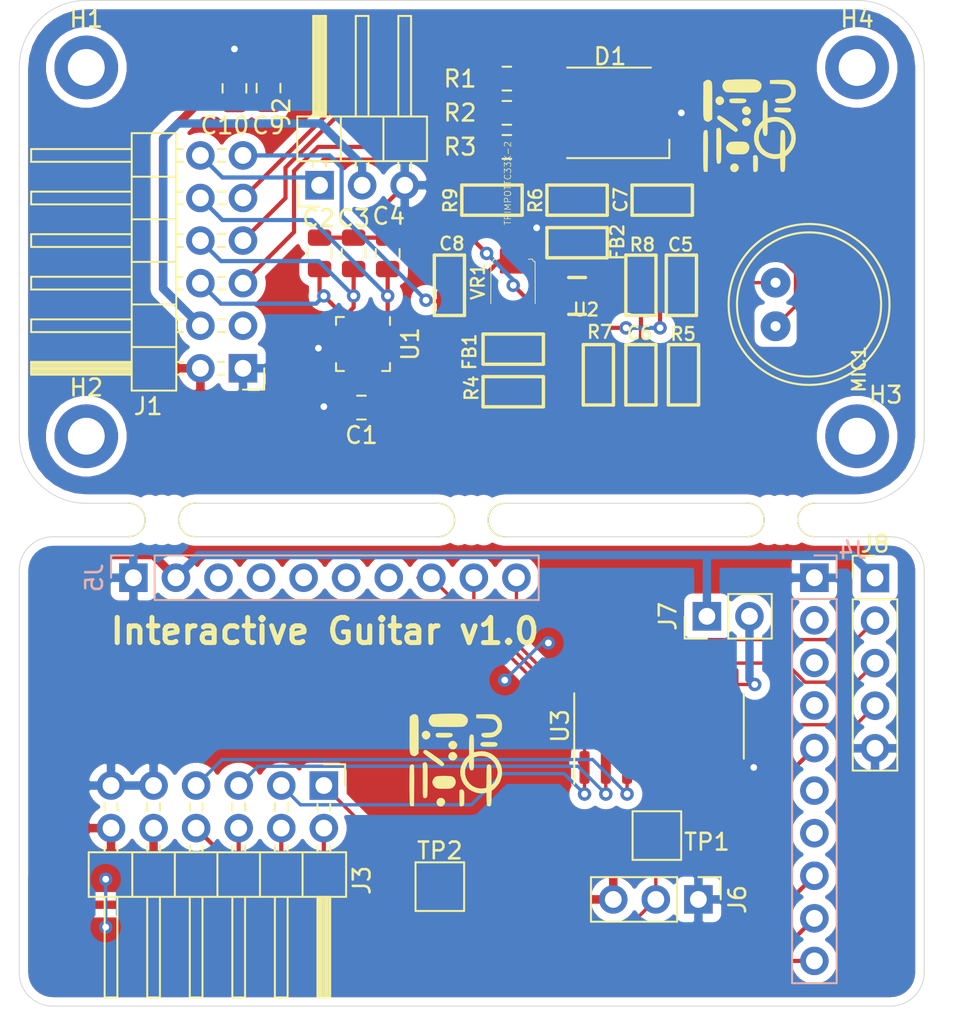
<source format=kicad_pcb>
(kicad_pcb (version 20171130) (host pcbnew "(5.1.6)-1")
  (layers (0 F.Cu signal) (31 B.Cu signal) (34 B.Paste user) (35 F.Paste user) (36 B.SilkS user) (37 F.SilkS user) (38 B.Mask user) (39 F.Mask user) (44 Edge.Cuts user))
  (net 0 "")
  (net 1 "Net-(J1-Pad3)")
  (net 2 GND)
  (net 3 Accel_X)
  (net 4 Accel_Y)
  (net 5 Accel_Z)
  (net 6 "Net-(C5-Pad2)")
  (net 7 "Net-(C5-Pad1)")
  (net 8 AGND)
  (net 9 "Net-(C6-Pad1)")
  (net 10 "Net-(C7-Pad1)")
  (net 11 MIC)
  (net 12 "Net-(C8-Pad1)")
  (net 13 "Net-(D1-Pad5)")
  (net 14 AVCC)
  (net 15 LED_R)
  (net 16 LED_G)
  (net 17 LED_B)
  (net 18 "Net-(R9-Pad2)")
  (net 19 "Net-(U1-Pad13)")
  (net 20 "Net-(U1-Pad12)")
  (net 21 "Net-(U1-Pad11)")
  (net 22 "Net-(U1-Pad10)")
  (net 23 "Net-(U1-Pad9)")
  (net 24 "Net-(U1-Pad8)")
  (net 25 "Net-(U1-Pad3)")
  (net 26 Accel_ST)
  (net 27 "Net-(U1-Pad1)")
  (net 28 "Net-(D1-Pad4)")
  (net 29 "Net-(D1-Pad6)")
  (net 30 Proximity)
  (net 31 +5V)
  (net 32 Proximity_i)
  (net 33 MIC_i)
  (net 34 Accel_Z_i)
  (net 35 LED_B_i)
  (net 36 Accel_Y_i)
  (net 37 LED_G_i)
  (net 38 Accel_X_i)
  (net 39 LED_R_i)
  (net 40 "Net-(J4-Pad7)")
  (net 41 "Net-(J4-Pad6)")
  (net 42 "Net-(J4-Pad4)")
  (net 43 "Net-(J4-Pad3)")
  (net 44 "Net-(J4-Pad2)")
  (net 45 "Net-(J5-Pad7)")
  (net 46 "Net-(J5-Pad6)")
  (net 47 "Net-(J5-Pad5)")
  (net 48 "Net-(J5-Pad4)")
  (net 49 "Net-(J5-Pad3)")
  (net 50 +3V3)
  (net 51 "Net-(U3-Pad13)")
  (net 52 "Net-(U3-Pad12)")
  (net 53 "Net-(U3-Pad11)")
  (net 54 "Net-(U3-Pad10)")
  (net 55 "Net-(U3-Pad7)")
  (net 56 "Net-(U3-Pad6)")
  (net 57 "Net-(U3-Pad5)")
  (net 58 "Net-(U3-Pad4)")
  (net 59 LED_B_POUT)
  (net 60 LED_G_POUT)
  (net 61 LED_R_POUT)
  (net 62 "Net-(J7-Pad2)")
  (module "Adafruit MAX4466 Mic Amp:ELECTRET_9.7" (layer F.Cu) (at 167.132 88.138 90)
    (fp_text reference MIC1 (at -5.334 3.429 270) (layer F.SilkS) (effects (font (size 0.77216 0.77216) (thickness 0.138988)) (justify left bottom)))
    (fp_text value CMA-4544PF-W)
    (pad 2 thru_hole circle (at -1.3 -2 90) (size 1.778 1.778) (drill 0.6) (layers *.Cu *.Mask) (net 8 AGND))
    (pad 1 thru_hole circle (at 1.3 -2 90) (size 1.778 1.778) (drill 0.6) (layers *.Cu *.Mask) (net 6 "Net-(C5-Pad2)"))
  )
  (module "Adafruit MAX4466 Mic Amp:0805" (layer F.Cu) (at 159.512 86.995 270)
    (fp_text reference C5 (at -1.9685 0.889 180) (layer F.SilkS) (effects (font (size 0.77216 0.77216) (thickness 0.138988)) (justify left bottom)))
    (fp_text value 0.01uF)
    (pad 2 smd roundrect (at 0.95 0 270) (size 1.3 1.5) (layers F.Cu F.Paste F.Mask) (roundrect_rratio 0.07815384615384616) (net 6 "Net-(C5-Pad2)"))
    (pad 1 smd roundrect (at -0.95 0 270) (size 1.3 1.5) (layers F.Cu F.Paste F.Mask) (roundrect_rratio 0.07815384615384616) (net 7 "Net-(C5-Pad1)"))
  )
  (module "Adafruit MAX4466 Mic Amp:0805" (layer F.Cu) (at 157.099 92.335 90)
    (fp_text reference C6 (at 2.038 0.762 180) (layer F.SilkS) (effects (font (size 0.77216 0.77216) (thickness 0.138988)) (justify right bottom)))
    (fp_text value 0.1uF)
    (pad 2 smd roundrect (at 0.95 0 90) (size 1.3 1.5) (layers F.Cu F.Paste F.Mask) (roundrect_rratio 0.07815384615384616) (net 8 AGND))
    (pad 1 smd roundrect (at -0.95 0 90) (size 1.3 1.5) (layers F.Cu F.Paste F.Mask) (roundrect_rratio 0.07815384615384616) (net 9 "Net-(C6-Pad1)"))
  )
  (module "Adafruit MAX4466 Mic Amp:0805" (layer F.Cu) (at 158.369 81.915)
    (fp_text reference C7 (at -2.032 0.8255 270) (layer F.SilkS) (effects (font (size 0.77216 0.77216) (thickness 0.138988)) (justify left bottom)))
    (fp_text value 10uF)
    (pad 2 smd roundrect (at 0.95 0) (size 1.3 1.5) (layers F.Cu F.Paste F.Mask) (roundrect_rratio 0.07815384615384616) (net 8 AGND))
    (pad 1 smd roundrect (at -0.95 0) (size 1.3 1.5) (layers F.Cu F.Paste F.Mask) (roundrect_rratio 0.07815384615384616) (net 10 "Net-(C7-Pad1)"))
  )
  (module "Adafruit MAX4466 Mic Amp:0805" (layer F.Cu) (at 145.669 86.995 270)
    (fp_text reference C8 (at -2.032 0.6985 180) (layer F.SilkS) (effects (font (size 0.77216 0.77216) (thickness 0.138988)) (justify left bottom)))
    (fp_text value 100pF)
    (pad 2 smd roundrect (at 0.95 0 270) (size 1.3 1.5) (layers F.Cu F.Paste F.Mask) (roundrect_rratio 0.07815384615384616) (net 11 MIC))
    (pad 1 smd roundrect (at -0.95 0 270) (size 1.3 1.5) (layers F.Cu F.Paste F.Mask) (roundrect_rratio 0.07815384615384616) (net 12 "Net-(C8-Pad1)"))
  )
  (module "Adafruit MAX4466 Mic Amp:0805" (layer F.Cu) (at 149.479 90.805 180)
    (fp_text reference FB1 (at 2.159 1.016 270) (layer F.SilkS) (effects (font (size 0.77216 0.77216) (thickness 0.138988)) (justify right bottom)))
    (fp_text value FERRITE)
    (pad 2 smd roundrect (at 0.95 0 180) (size 1.3 1.5) (layers F.Cu F.Paste F.Mask) (roundrect_rratio 0.07815384615384616) (net 50 +3V3))
    (pad 1 smd roundrect (at -0.95 0 180) (size 1.3 1.5) (layers F.Cu F.Paste F.Mask) (roundrect_rratio 0.07815384615384616) (net 14 AVCC))
  )
  (module "Adafruit MAX4466 Mic Amp:0805" (layer F.Cu) (at 153.289 84.455)
    (fp_text reference FB2 (at 2.8575 1.143 90) (layer F.SilkS) (effects (font (size 0.77216 0.77216) (thickness 0.138988)) (justify left bottom)))
    (fp_text value FERRITE)
    (pad 2 smd roundrect (at 0.95 0) (size 1.3 1.5) (layers F.Cu F.Paste F.Mask) (roundrect_rratio 0.07815384615384616) (net 8 AGND))
    (pad 1 smd roundrect (at -0.95 0) (size 1.3 1.5) (layers F.Cu F.Paste F.Mask) (roundrect_rratio 0.07815384615384616) (net 2 GND))
  )
  (module MountingHole:MountingHole_2.2mm_M2_DIN965_Pad (layer F.Cu) (at 124 74)
    (fp_text reference H1 (at 0 -2.9) (layer F.SilkS))
    (fp_text value MountingHole)
    (pad 1 thru_hole circle (at 0 0) (size 3.8 3.8) (drill 2.2) (layers *.Cu *.Mask))
  )
  (module MountingHole:MountingHole_2.2mm_M2_DIN965_Pad (layer F.Cu) (at 124 96)
    (fp_text reference H2 (at 0 -2.9) (layer F.SilkS))
    (fp_text value MountingHole)
    (pad 1 thru_hole circle (at 0 0) (size 3.8 3.8) (drill 2.2) (layers *.Cu *.Mask))
  )
  (module MountingHole:MountingHole_2.2mm_M2_DIN965_Pad (layer F.Cu) (at 170 96)
    (fp_text reference H3 (at 1.704 -2.4645) (layer F.SilkS))
    (fp_text value MountingHole)
    (pad 1 thru_hole circle (at 0 0) (size 3.8 3.8) (drill 2.2) (layers *.Cu *.Mask))
  )
  (module MountingHole:MountingHole_2.2mm_M2_DIN965_Pad (layer F.Cu) (at 170 74)
    (fp_text reference H4 (at 0 -2.9) (layer F.SilkS))
    (fp_text value MountingHole)
    (pad 1 thru_hole circle (at 0 0) (size 3.8 3.8) (drill 2.2) (layers *.Cu *.Mask))
  )
  (module Connector_PinHeader_2.54mm:PinHeader_1x10_P2.54mm_Vertical (layer B.Cu) (at 167.4495 104.4425 180)
    (fp_text reference J4 (at -2.286 1.636) (layer B.SilkS) (effects (justify mirror)))
    (fp_text value Conn_01x10)
    (pad 10 thru_hole oval (at 0 -22.86 180) (size 1.7 1.7) (drill 1) (layers *.Cu *.Mask) (net 38 Accel_X_i))
    (pad 9 thru_hole oval (at 0 -20.32 180) (size 1.7 1.7) (drill 1) (layers *.Cu *.Mask) (net 36 Accel_Y_i))
    (pad 8 thru_hole oval (at 0 -17.78 180) (size 1.7 1.7) (drill 1) (layers *.Cu *.Mask) (net 34 Accel_Z_i))
    (pad 7 thru_hole oval (at 0 -15.24 180) (size 1.7 1.7) (drill 1) (layers *.Cu *.Mask) (net 40 "Net-(J4-Pad7)"))
    (pad 6 thru_hole oval (at 0 -12.7 180) (size 1.7 1.7) (drill 1) (layers *.Cu *.Mask) (net 41 "Net-(J4-Pad6)"))
    (pad 5 thru_hole oval (at 0 -10.16 180) (size 1.7 1.7) (drill 1) (layers *.Cu *.Mask) (net 32 Proximity_i))
    (pad 4 thru_hole oval (at 0 -7.62 180) (size 1.7 1.7) (drill 1) (layers *.Cu *.Mask) (net 42 "Net-(J4-Pad4)"))
    (pad 3 thru_hole oval (at 0 -5.08 180) (size 1.7 1.7) (drill 1) (layers *.Cu *.Mask) (net 43 "Net-(J4-Pad3)"))
    (pad 2 thru_hole oval (at 0 -2.54 180) (size 1.7 1.7) (drill 1) (layers *.Cu *.Mask) (net 44 "Net-(J4-Pad2)"))
    (pad 1 thru_hole rect (at 0 0 180) (size 1.7 1.7) (drill 1) (layers *.Cu *.Mask) (net 2 GND))
  )
  (module Connector_PinHeader_2.54mm:PinHeader_1x10_P2.54mm_Vertical (layer B.Cu) (at 126.8095 104.4425 270)
    (fp_text reference J5 (at 0 2.33 270) (layer B.SilkS) (effects (justify mirror)))
    (fp_text value Conn_01x10)
    (pad 10 thru_hole oval (at 0 -22.86 270) (size 1.7 1.7) (drill 1) (layers *.Cu *.Mask) (net 35 LED_B_i))
    (pad 9 thru_hole oval (at 0 -20.32 270) (size 1.7 1.7) (drill 1) (layers *.Cu *.Mask) (net 37 LED_G_i))
    (pad 8 thru_hole oval (at 0 -17.78 270) (size 1.7 1.7) (drill 1) (layers *.Cu *.Mask) (net 39 LED_R_i))
    (pad 7 thru_hole oval (at 0 -15.24 270) (size 1.7 1.7) (drill 1) (layers *.Cu *.Mask) (net 45 "Net-(J5-Pad7)"))
    (pad 6 thru_hole oval (at 0 -12.7 270) (size 1.7 1.7) (drill 1) (layers *.Cu *.Mask) (net 46 "Net-(J5-Pad6)"))
    (pad 5 thru_hole oval (at 0 -10.16 270) (size 1.7 1.7) (drill 1) (layers *.Cu *.Mask) (net 47 "Net-(J5-Pad5)"))
    (pad 4 thru_hole oval (at 0 -7.62 270) (size 1.7 1.7) (drill 1) (layers *.Cu *.Mask) (net 48 "Net-(J5-Pad4)"))
    (pad 3 thru_hole oval (at 0 -5.08 270) (size 1.7 1.7) (drill 1) (layers *.Cu *.Mask) (net 49 "Net-(J5-Pad3)"))
    (pad 2 thru_hole oval (at 0 -2.54 270) (size 1.7 1.7) (drill 1) (layers *.Cu *.Mask) (net 31 +5V))
    (pad 1 thru_hole rect (at 0 0 270) (size 1.7 1.7) (drill 1) (layers *.Cu *.Mask) (net 2 GND))
  )
  (module "Adafruit MAX4466 Mic Amp:0805" (layer F.Cu) (at 149.479 93.345)
    (fp_text reference R4 (at -2.032 0.635 270) (layer F.SilkS) (effects (font (size 0.77216 0.77216) (thickness 0.138988)) (justify left bottom)))
    (fp_text value 1K)
    (pad 2 smd roundrect (at 0.95 0) (size 1.3 1.5) (layers F.Cu F.Paste F.Mask) (roundrect_rratio 0.07815384615384616) (net 9 "Net-(C6-Pad1)"))
    (pad 1 smd roundrect (at -0.95 0) (size 1.3 1.5) (layers F.Cu F.Paste F.Mask) (roundrect_rratio 0.07815384615384616) (net 14 AVCC))
  )
  (module "Adafruit MAX4466 Mic Amp:0805" (layer F.Cu) (at 159.639 92.335 90)
    (fp_text reference R5 (at 1.9745 0.8255 180) (layer F.SilkS) (effects (font (size 0.77216 0.77216) (thickness 0.138988)) (justify right bottom)))
    (fp_text value 1K)
    (pad 2 smd roundrect (at 0.95 0 90) (size 1.3 1.5) (layers F.Cu F.Paste F.Mask) (roundrect_rratio 0.07815384615384616) (net 6 "Net-(C5-Pad2)"))
    (pad 1 smd roundrect (at -0.95 0 90) (size 1.3 1.5) (layers F.Cu F.Paste F.Mask) (roundrect_rratio 0.07815384615384616) (net 9 "Net-(C6-Pad1)"))
  )
  (module "Adafruit MAX4466 Mic Amp:0805" (layer F.Cu) (at 153.289 81.915 180)
    (fp_text reference R6 (at 2.032 0.8255 90) (layer F.SilkS) (effects (font (size 0.77216 0.77216) (thickness 0.138988)) (justify right bottom)))
    (fp_text value 1K)
    (pad 2 smd roundrect (at 0.95 0 180) (size 1.3 1.5) (layers F.Cu F.Paste F.Mask) (roundrect_rratio 0.07815384615384616) (net 12 "Net-(C8-Pad1)"))
    (pad 1 smd roundrect (at -0.95 0 180) (size 1.3 1.5) (layers F.Cu F.Paste F.Mask) (roundrect_rratio 0.07815384615384616) (net 10 "Net-(C7-Pad1)"))
  )
  (module "Adafruit MAX4466 Mic Amp:0805" (layer F.Cu) (at 154.559 92.335 90)
    (fp_text reference R7 (at 2.1015 -0.762 180) (layer F.SilkS) (effects (font (size 0.77216 0.77216) (thickness 0.138988)) (justify left bottom)))
    (fp_text value 1M)
    (pad 2 smd roundrect (at 0.95 0 90) (size 1.3 1.5) (layers F.Cu F.Paste F.Mask) (roundrect_rratio 0.07815384615384616) (net 7 "Net-(C5-Pad1)"))
    (pad 1 smd roundrect (at -0.95 0 90) (size 1.3 1.5) (layers F.Cu F.Paste F.Mask) (roundrect_rratio 0.07815384615384616) (net 14 AVCC))
  )
  (module "Adafruit MAX4466 Mic Amp:0805" (layer F.Cu) (at 157.099 86.995 270)
    (fp_text reference R8 (at -1.9685 0.762 180) (layer F.SilkS) (effects (font (size 0.77216 0.77216) (thickness 0.138988)) (justify left bottom)))
    (fp_text value 1M)
    (pad 2 smd roundrect (at 0.95 0 270) (size 1.3 1.5) (layers F.Cu F.Paste F.Mask) (roundrect_rratio 0.07815384615384616) (net 8 AGND))
    (pad 1 smd roundrect (at -0.95 0 270) (size 1.3 1.5) (layers F.Cu F.Paste F.Mask) (roundrect_rratio 0.07815384615384616) (net 7 "Net-(C5-Pad1)"))
  )
  (module "Adafruit MAX4466 Mic Amp:0805" (layer F.Cu) (at 148.209 81.915 180)
    (fp_text reference R9 (at 2.032 0.8255 90) (layer F.SilkS) (effects (font (size 0.77216 0.77216) (thickness 0.138988)) (justify right bottom)))
    (fp_text value 22K)
    (pad 2 smd roundrect (at 0.95 0 180) (size 1.3 1.5) (layers F.Cu F.Paste F.Mask) (roundrect_rratio 0.07815384615384616) (net 18 "Net-(R9-Pad2)"))
    (pad 1 smd roundrect (at -0.95 0 180) (size 1.3 1.5) (layers F.Cu F.Paste F.Mask) (roundrect_rratio 0.07815384615384616) (net 12 "Net-(C8-Pad1)"))
  )
  (module Package_CSP:LFCSP-16-1EP_3x3mm_P0.5mm_EP1.6x1.6mm (layer F.Cu) (at 140.514 90.498 270)
    (fp_text reference U1 (at 0 -2.82 90) (layer F.SilkS))
    (fp_text value ADXL337BCPZ–RL)
    (pad 17 smd rect (at 0 0 270) (size 1.6 1.6) (layers F.Cu F.Mask))
    (pad 16 smd roundrect (at -0.75 -1.4375 270) (size 0.25 0.875) (layers F.Cu F.Paste F.Mask) (net 5 Accel_Z))
    (pad 15 smd roundrect (at -0.25 -1.4375 270) (size 0.25 0.875) (layers F.Cu F.Paste F.Mask) (net 50 +3V3))
    (pad 14 smd roundrect (at 0.25 -1.4375 270) (size 0.25 0.875) (layers F.Cu F.Paste F.Mask) (net 50 +3V3))
    (pad 13 smd roundrect (at 0.75 -1.4375 270) (size 0.25 0.875) (layers F.Cu F.Paste F.Mask) (net 19 "Net-(U1-Pad13)"))
    (pad 12 smd roundrect (at 1.4375 -0.75 270) (size 0.875 0.25) (layers F.Cu F.Paste F.Mask) (net 20 "Net-(U1-Pad12)"))
    (pad 11 smd roundrect (at 1.4375 -0.25 270) (size 0.875 0.25) (layers F.Cu F.Paste F.Mask) (net 21 "Net-(U1-Pad11)"))
    (pad 10 smd roundrect (at 1.4375 0.25 270) (size 0.875 0.25) (layers F.Cu F.Paste F.Mask) (net 22 "Net-(U1-Pad10)"))
    (pad 9 smd roundrect (at 1.4375 0.75 270) (size 0.875 0.25) (layers F.Cu F.Paste F.Mask) (net 23 "Net-(U1-Pad9)"))
    (pad 8 smd roundrect (at 0.75 1.4375 270) (size 0.25 0.875) (layers F.Cu F.Paste F.Mask) (net 24 "Net-(U1-Pad8)"))
    (pad 7 smd roundrect (at 0.25 1.4375 270) (size 0.25 0.875) (layers F.Cu F.Paste F.Mask) (net 2 GND))
    (pad 6 smd roundrect (at -0.25 1.4375 270) (size 0.25 0.875) (layers F.Cu F.Paste F.Mask) (net 2 GND))
    (pad 5 smd roundrect (at -0.75 1.4375 270) (size 0.25 0.875) (layers F.Cu F.Paste F.Mask) (net 3 Accel_X))
    (pad 4 smd roundrect (at -1.4375 0.75 270) (size 0.875 0.25) (layers F.Cu F.Paste F.Mask) (net 4 Accel_Y))
    (pad 3 smd roundrect (at -1.4375 0.25 270) (size 0.875 0.25) (layers F.Cu F.Paste F.Mask) (net 25 "Net-(U1-Pad3)"))
    (pad 2 smd roundrect (at -1.4375 -0.25 270) (size 0.875 0.25) (layers F.Cu F.Paste F.Mask) (net 26 Accel_ST))
    (pad 1 smd roundrect (at -1.4375 -0.75 270) (size 0.875 0.25) (layers F.Cu F.Paste F.Mask) (net 27 "Net-(U1-Pad1)"))
  )
  (module "Adafruit MAX4466 Mic Amp:SC70-5" (layer F.Cu) (at 153.289 87.63 90)
    (fp_text reference U2 (at -1.27 1.397) (layer F.SilkS) (effects (font (size 0.77216 0.77216) (thickness 0.138988)) (justify right bottom)))
    (fp_text value MAX4466"")
    (pad 5 smd roundrect (at -0.65 -0.85 90) (size 0.35 1.15) (layers F.Cu F.Paste F.Mask) (roundrect_rratio 0.2902857142857143) (net 14 AVCC))
    (pad 4 smd roundrect (at 0.65 -0.85 90) (size 0.35 1.15) (layers F.Cu F.Paste F.Mask) (roundrect_rratio 0.2902857142857143) (net 11 MIC))
    (pad 3 smd roundrect (at 0.65 0.85 90) (size 0.35 1.15) (layers F.Cu F.Paste F.Mask) (roundrect_rratio 0.2902857142857143) (net 12 "Net-(C8-Pad1)"))
    (pad 2 smd roundrect (at 0 0.85 90) (size 0.35 1.15) (layers F.Cu F.Paste F.Mask) (roundrect_rratio 0.2902857142857143) (net 8 AGND))
    (pad 1 smd roundrect (at -0.65 0.85 90) (size 0.35 1.15) (layers F.Cu F.Paste F.Mask) (roundrect_rratio 0.2902857142857143) (net 7 "Net-(C5-Pad1)"))
  )
  (module "Adafruit MAX4466 Mic Amp:TRIMPOT_BOURNS_TC33X-2" (layer F.Cu) (at 149.479 86.995)
    (fp_text reference VR1 (at -1.651 0.9525 270) (layer F.SilkS) (effects (font (size 0.77216 0.77216) (thickness 0.138988)) (justify left bottom)))
    (fp_text value TRIMPOTTC33X-2 (at -0.101 -3.557 90) (layer F.SilkS) (effects (font (size 0.38608 0.38608) (thickness 0.038608)) (justify left bottom)))
    (pad 3 smd roundrect (at 1 1.8) (size 1.2 1.2) (layers F.Cu F.Paste F.Mask) (roundrect_rratio 0.08466666666666667) (net 18 "Net-(R9-Pad2)"))
    (pad 1 smd roundrect (at -1 1.8) (size 1.2 1.2) (layers F.Cu F.Paste F.Mask) (roundrect_rratio 0.08466666666666667) (net 11 MIC))
    (pad 2 smd roundrect (at 0 -1.45) (size 1.6 1.5) (layers F.Cu F.Paste F.Mask) (roundrect_rratio 0.06773333333333334) (net 11 MIC))
  )
  (module UiO:RITMO_logo (layer F.Cu) (at 146.05 115.316)
    (fp_text reference G*** hide)
    (fp_text value LOGO hide)
  )
  (module UiO:RITMO_logo (layer F.Cu) (at 163.576 77.47)
    (fp_text reference G*** hide)
    (fp_text value LOGO hide)
  )
  (module Panelization:mouse-bite-2mm-slot (layer F.Cu) (at 146.9644 101.0031)
    (fp_text reference mouse-bite-2mm-slot hide)
    (fp_text value VAL** hide)
    (pad "" np_thru_hole circle (at 0.75 0.75) (size 0.5 0.5) (drill 0.5) (layers *.Cu *.Mask))
    (pad "" np_thru_hole circle (at -0.75 0.75) (size 0.5 0.5) (drill 0.5) (layers *.Cu *.Mask))
    (pad "" np_thru_hole circle (at -0.75 -0.75) (size 0.5 0.5) (drill 0.5) (layers *.Cu *.Mask))
    (pad "" np_thru_hole circle (at 0.75 -0.75) (size 0.5 0.5) (drill 0.5) (layers *.Cu *.Mask))
    (pad "" np_thru_hole circle (at 0 0.75) (size 0.5 0.5) (drill 0.5) (layers *.Cu *.Mask))
    (pad "" np_thru_hole circle (at 0 -0.75) (size 0.5 0.5) (drill 0.5) (layers *.Cu *.Mask))
  )
  (module Capacitor_SMD:C_0805_2012Metric (layer F.Cu) (at 140.422 94.292 180)
    (fp_text reference C1 (at 0 -1.65) (layer F.SilkS))
    (fp_text value 0.1uF)
    (pad 2 smd roundrect (at 0.9375 0 180) (size 0.975 1.4) (layers F.Cu F.Paste F.Mask) (net 2 GND))
    (pad 1 smd roundrect (at -0.9375 0 180) (size 0.975 1.4) (layers F.Cu F.Paste F.Mask) (net 50 +3V3))
  )
  (module Capacitor_SMD:C_0805_2012Metric (layer F.Cu) (at 141.986 85.09 90)
    (fp_text reference C4 (at 2.2225 0.0635 180) (layer F.SilkS))
    (fp_text value 10nF)
    (pad 2 smd roundrect (at 0.9375 0 90) (size 0.975 1.4) (layers F.Cu F.Paste F.Mask) (net 2 GND))
    (pad 1 smd roundrect (at -0.9375 0 90) (size 0.975 1.4) (layers F.Cu F.Paste F.Mask) (net 5 Accel_Z))
  )
  (module Capacitor_SMD:C_0805_2012Metric (layer F.Cu) (at 139.954 85.09 90)
    (fp_text reference C3 (at 2.0955 0 180) (layer F.SilkS))
    (fp_text value 10nF)
    (pad 2 smd roundrect (at 0.9375 0 90) (size 0.975 1.4) (layers F.Cu F.Paste F.Mask) (net 2 GND))
    (pad 1 smd roundrect (at -0.9375 0 90) (size 0.975 1.4) (layers F.Cu F.Paste F.Mask) (net 4 Accel_Y))
  )
  (module Capacitor_SMD:C_0805_2012Metric (layer F.Cu) (at 137.922 85.09 90)
    (fp_text reference C2 (at 2.0955 -0.0635 180) (layer F.SilkS))
    (fp_text value 10nF)
    (pad 2 smd roundrect (at 0.9375 0 90) (size 0.975 1.4) (layers F.Cu F.Paste F.Mask) (net 2 GND))
    (pad 1 smd roundrect (at -0.9375 0 90) (size 0.975 1.4) (layers F.Cu F.Paste F.Mask) (net 3 Accel_X))
  )
  (module Resistor_SMD:R_0805_2012Metric (layer F.Cu) (at 149.098 74.664 180)
    (fp_text reference R1 (at 2.794 -0.012) (layer F.SilkS))
    (fp_text value 100)
    (pad 2 smd roundrect (at 0.9375 0 180) (size 0.975 1.4) (layers F.Cu F.Paste F.Mask) (net 15 LED_R))
    (pad 1 smd roundrect (at -0.9375 0 180) (size 0.975 1.4) (layers F.Cu F.Paste F.Mask) (net 28 "Net-(D1-Pad4)"))
  )
  (module Resistor_SMD:R_0805_2012Metric (layer F.Cu) (at 149.098 76.708 180)
    (fp_text reference R2 (at 2.794 0) (layer F.SilkS))
    (fp_text value 100)
    (pad 2 smd roundrect (at 0.9375 0 180) (size 0.975 1.4) (layers F.Cu F.Paste F.Mask) (net 16 LED_G))
    (pad 1 smd roundrect (at -0.9375 0 180) (size 0.975 1.4) (layers F.Cu F.Paste F.Mask) (net 13 "Net-(D1-Pad5)"))
  )
  (module Resistor_SMD:R_0805_2012Metric (layer F.Cu) (at 149.098 78.74 180)
    (fp_text reference R3 (at 2.794 0) (layer F.SilkS))
    (fp_text value 100)
    (pad 2 smd roundrect (at 0.9375 0 180) (size 0.975 1.4) (layers F.Cu F.Paste F.Mask) (net 17 LED_B))
    (pad 1 smd roundrect (at -0.9375 0 180) (size 0.975 1.4) (layers F.Cu F.Paste F.Mask) (net 29 "Net-(D1-Pad6)"))
  )
  (module LED_SMD:LED_RGB_5050-6 (layer F.Cu) (at 155.194 76.708 180)
    (fp_text reference D1 (at -0.0635 3.3655 180) (layer F.SilkS))
    (fp_text value ASMT-YTB7-0AA02)
    (pad 6 smd rect (at 2.4 -1.7 270) (size 1.1 2) (layers F.Cu F.Paste F.Mask) (net 29 "Net-(D1-Pad6)"))
    (pad 5 smd rect (at 2.4 0 270) (size 1.1 2) (layers F.Cu F.Paste F.Mask) (net 13 "Net-(D1-Pad5)"))
    (pad 4 smd rect (at 2.4 1.7 270) (size 1.1 2) (layers F.Cu F.Paste F.Mask) (net 28 "Net-(D1-Pad4)"))
    (pad 3 smd rect (at -2.4 1.7 270) (size 1.1 2) (layers F.Cu F.Paste F.Mask) (net 2 GND))
    (pad 2 smd rect (at -2.4 0 270) (size 1.1 2) (layers F.Cu F.Paste F.Mask) (net 2 GND))
    (pad 1 smd rect (at -2.4 -1.7 270) (size 1.1 2) (layers F.Cu F.Paste F.Mask) (net 2 GND))
  )
  (module Connector_PinHeader_2.54mm:PinHeader_1x05_P2.54mm_Vertical (layer F.Cu) (at 171.069 104.4575)
    (fp_text reference J8 (at 0 -2.032) (layer F.SilkS))
    (fp_text value Conn_01x05)
    (pad 5 thru_hole oval (at 0 10.16) (size 1.7 1.7) (drill 1) (layers *.Cu *.Mask) (net 2 GND))
    (pad 4 thru_hole oval (at 0 7.62) (size 1.7 1.7) (drill 1) (layers *.Cu *.Mask) (net 59 LED_B_POUT))
    (pad 3 thru_hole oval (at 0 5.08) (size 1.7 1.7) (drill 1) (layers *.Cu *.Mask) (net 60 LED_G_POUT))
    (pad 2 thru_hole oval (at 0 2.54) (size 1.7 1.7) (drill 1) (layers *.Cu *.Mask) (net 61 LED_R_POUT))
    (pad 1 thru_hole rect (at 0 0) (size 1.7 1.7) (drill 1) (layers *.Cu *.Mask) (net 31 +5V))
  )
  (module Connector_PinHeader_2.54mm:PinHeader_2x06_P2.54mm_Horizontal (layer F.Cu) (at 133.35 91.948 180)
    (fp_text reference J1 (at 5.655 -2.27) (layer F.SilkS))
    (fp_text value Conn_02x06_Odd_Even)
    (pad 12 thru_hole oval (at 2.54 12.7 180) (size 1.7 1.7) (drill 1) (layers *.Cu *.Mask) (net 30 Proximity))
    (pad 11 thru_hole oval (at 0 12.7 180) (size 1.7 1.7) (drill 1) (layers *.Cu *.Mask) (net 11 MIC))
    (pad 10 thru_hole oval (at 2.54 10.16 180) (size 1.7 1.7) (drill 1) (layers *.Cu *.Mask) (net 5 Accel_Z))
    (pad 9 thru_hole oval (at 0 10.16 180) (size 1.7 1.7) (drill 1) (layers *.Cu *.Mask) (net 15 LED_R))
    (pad 8 thru_hole oval (at 2.54 7.62 180) (size 1.7 1.7) (drill 1) (layers *.Cu *.Mask) (net 4 Accel_Y))
    (pad 7 thru_hole oval (at 0 7.62 180) (size 1.7 1.7) (drill 1) (layers *.Cu *.Mask) (net 16 LED_G))
    (pad 6 thru_hole oval (at 2.54 5.08 180) (size 1.7 1.7) (drill 1) (layers *.Cu *.Mask) (net 3 Accel_X))
    (pad 5 thru_hole oval (at 0 5.08 180) (size 1.7 1.7) (drill 1) (layers *.Cu *.Mask) (net 17 LED_B))
    (pad 4 thru_hole oval (at 2.54 2.54 180) (size 1.7 1.7) (drill 1) (layers *.Cu *.Mask) (net 31 +5V))
    (pad 3 thru_hole oval (at 0 2.54 180) (size 1.7 1.7) (drill 1) (layers *.Cu *.Mask) (net 1 "Net-(J1-Pad3)"))
    (pad 2 thru_hole oval (at 2.54 0 180) (size 1.7 1.7) (drill 1) (layers *.Cu *.Mask) (net 50 +3V3))
    (pad 1 thru_hole rect (at 0 0 180) (size 1.7 1.7) (drill 1) (layers *.Cu *.Mask) (net 2 GND))
  )
  (module Connector_PinHeader_2.54mm:PinHeader_1x03_P2.54mm_Horizontal (layer F.Cu) (at 137.922 81.026 90)
    (fp_text reference J2 (at 4.385 -2.27 90) (layer F.SilkS))
    (fp_text value Conn_01x03)
    (pad 3 thru_hole oval (at 0 5.08 90) (size 1.7 1.7) (drill 1) (layers *.Cu *.Mask) (net 2 GND))
    (pad 2 thru_hole oval (at 0 2.54 90) (size 1.7 1.7) (drill 1) (layers *.Cu *.Mask) (net 31 +5V))
    (pad 1 thru_hole rect (at 0 0 90) (size 1.7 1.7) (drill 1) (layers *.Cu *.Mask) (net 30 Proximity))
  )
  (module Connector_PinHeader_2.54mm:PinHeader_1x03_P2.54mm_Vertical (layer F.Cu) (at 160.528 123.6345 270)
    (fp_text reference J6 (at 0 -2.33 90) (layer F.SilkS))
    (fp_text value Conn_01x03)
    (pad 3 thru_hole oval (at 0 5.08 270) (size 1.7 1.7) (drill 1) (layers *.Cu *.Mask) (net 50 +3V3))
    (pad 2 thru_hole oval (at 0 2.54 270) (size 1.7 1.7) (drill 1) (layers *.Cu *.Mask) (net 33 MIC_i))
    (pad 1 thru_hole rect (at 0 0 270) (size 1.7 1.7) (drill 1) (layers *.Cu *.Mask) (net 2 GND))
  )
  (module TestPoint:TestPoint_Pad_2.5x2.5mm (layer F.Cu) (at 158.0515 119.8245)
    (fp_text reference TP1 (at 2.9845 0.381) (layer F.SilkS))
    (fp_text value TestPoint)
    (pad 1 smd rect (at 0 0) (size 2.5 2.5) (layers F.Cu F.Mask) (net 33 MIC_i))
  )
  (module TestPoint:TestPoint_Pad_2.5x2.5mm (layer F.Cu) (at 145.0975 122.8725)
    (fp_text reference TP2 (at 0 -2.148) (layer F.SilkS))
    (fp_text value TestPoint)
    (pad 1 smd rect (at 0 0) (size 2.5 2.5) (layers F.Cu F.Mask) (net 50 +3V3))
  )
  (module Connector_PinHeader_2.54mm:PinHeader_2x06_P2.54mm_Horizontal (layer F.Cu) (at 138.176 116.84 270)
    (fp_text reference J3 (at 5.655 -2.27 90) (layer F.SilkS))
    (fp_text value Conn_02x06_Odd_Even)
    (pad 12 thru_hole oval (at 2.54 12.7 270) (size 1.7 1.7) (drill 1) (layers *.Cu *.Mask) (net 50 +3V3))
    (pad 11 thru_hole oval (at 0 12.7 270) (size 1.7 1.7) (drill 1) (layers *.Cu *.Mask) (net 2 GND))
    (pad 10 thru_hole oval (at 2.54 10.16 270) (size 1.7 1.7) (drill 1) (layers *.Cu *.Mask) (net 31 +5V))
    (pad 9 thru_hole oval (at 0 10.16 270) (size 1.7 1.7) (drill 1) (layers *.Cu *.Mask) (net 2 GND))
    (pad 8 thru_hole oval (at 2.54 7.62 270) (size 1.7 1.7) (drill 1) (layers *.Cu *.Mask) (net 38 Accel_X_i))
    (pad 7 thru_hole oval (at 0 7.62 270) (size 1.7 1.7) (drill 1) (layers *.Cu *.Mask) (net 35 LED_B_i))
    (pad 6 thru_hole oval (at 2.54 5.08 270) (size 1.7 1.7) (drill 1) (layers *.Cu *.Mask) (net 36 Accel_Y_i))
    (pad 5 thru_hole oval (at 0 5.08 270) (size 1.7 1.7) (drill 1) (layers *.Cu *.Mask) (net 37 LED_G_i))
    (pad 4 thru_hole oval (at 2.54 2.54 270) (size 1.7 1.7) (drill 1) (layers *.Cu *.Mask) (net 34 Accel_Z_i))
    (pad 3 thru_hole oval (at 0 2.54 270) (size 1.7 1.7) (drill 1) (layers *.Cu *.Mask) (net 39 LED_R_i))
    (pad 2 thru_hole oval (at 2.54 0 270) (size 1.7 1.7) (drill 1) (layers *.Cu *.Mask) (net 32 Proximity_i))
    (pad 1 thru_hole rect (at 0 0 270) (size 1.7 1.7) (drill 1) (layers *.Cu *.Mask) (net 33 MIC_i))
  )
  (module Capacitor_SMD:C_0805_2012Metric (layer F.Cu) (at 134.874 75.2325 90)
    (fp_text reference C9 (at -2.2375 0 180) (layer F.SilkS))
    (fp_text value 10uF)
    (pad 2 smd roundrect (at 0.9375 0 90) (size 0.975 1.4) (layers F.Cu F.Paste F.Mask) (net 2 GND))
    (pad 1 smd roundrect (at -0.9375 0 90) (size 0.975 1.4) (layers F.Cu F.Paste F.Mask) (net 31 +5V))
  )
  (module Capacitor_SMD:C_0805_2012Metric (layer F.Cu) (at 132.842 75.2475 90)
    (fp_text reference C10 (at -2.2225 -0.5715 180) (layer F.SilkS))
    (fp_text value 0.01uF)
    (pad 2 smd roundrect (at 0.9375 0 90) (size 0.975 1.4) (layers F.Cu F.Paste F.Mask) (net 2 GND))
    (pad 1 smd roundrect (at -0.9375 0 90) (size 0.975 1.4) (layers F.Cu F.Paste F.Mask) (net 31 +5V))
  )
  (module Package_SO:SOIC-16_3.9x9.9mm_P1.27mm (layer F.Cu) (at 158.1785 113.2855 90)
    (fp_text reference U3 (at 0 -5.9 90) (layer F.SilkS))
    (fp_text value BA12003DF-Z)
    (pad 16 smd roundrect (at 2.475 -4.445 90) (size 1.95 0.6) (layers F.Cu F.Paste F.Mask) (net 61 LED_R_POUT))
    (pad 15 smd roundrect (at 2.475 -3.175 90) (size 1.95 0.6) (layers F.Cu F.Paste F.Mask) (net 60 LED_G_POUT))
    (pad 14 smd roundrect (at 2.475 -1.905 90) (size 1.95 0.6) (layers F.Cu F.Paste F.Mask) (net 59 LED_B_POUT))
    (pad 13 smd roundrect (at 2.475 -0.635 90) (size 1.95 0.6) (layers F.Cu F.Paste F.Mask) (net 51 "Net-(U3-Pad13)"))
    (pad 12 smd roundrect (at 2.475 0.635 90) (size 1.95 0.6) (layers F.Cu F.Paste F.Mask) (net 52 "Net-(U3-Pad12)"))
    (pad 11 smd roundrect (at 2.475 1.905 90) (size 1.95 0.6) (layers F.Cu F.Paste F.Mask) (net 53 "Net-(U3-Pad11)"))
    (pad 10 smd roundrect (at 2.475 3.175 90) (size 1.95 0.6) (layers F.Cu F.Paste F.Mask) (net 54 "Net-(U3-Pad10)"))
    (pad 9 smd roundrect (at 2.475 4.445 90) (size 1.95 0.6) (layers F.Cu F.Paste F.Mask) (net 62 "Net-(J7-Pad2)"))
    (pad 8 smd roundrect (at -2.475 4.445 90) (size 1.95 0.6) (layers F.Cu F.Paste F.Mask) (net 2 GND))
    (pad 7 smd roundrect (at -2.475 3.175 90) (size 1.95 0.6) (layers F.Cu F.Paste F.Mask) (net 55 "Net-(U3-Pad7)"))
    (pad 6 smd roundrect (at -2.475 1.905 90) (size 1.95 0.6) (layers F.Cu F.Paste F.Mask) (net 56 "Net-(U3-Pad6)"))
    (pad 5 smd roundrect (at -2.475 0.635 90) (size 1.95 0.6) (layers F.Cu F.Paste F.Mask) (net 57 "Net-(U3-Pad5)"))
    (pad 4 smd roundrect (at -2.475 -0.635 90) (size 1.95 0.6) (layers F.Cu F.Paste F.Mask) (net 58 "Net-(U3-Pad4)"))
    (pad 3 smd roundrect (at -2.475 -1.905 90) (size 1.95 0.6) (layers F.Cu F.Paste F.Mask) (net 35 LED_B_i))
    (pad 2 smd roundrect (at -2.475 -3.175 90) (size 1.95 0.6) (layers F.Cu F.Paste F.Mask) (net 37 LED_G_i))
    (pad 1 smd roundrect (at -2.475 -4.445 90) (size 1.95 0.6) (layers F.Cu F.Paste F.Mask) (net 39 LED_R_i))
  )
  (module Connector_PinHeader_2.54mm:PinHeader_1x02_P2.54mm_Vertical (layer F.Cu) (at 161.036 106.7435 90)
    (fp_text reference J7 (at 0 -2.33 90) (layer F.SilkS))
    (fp_text value Conn_01x02)
    (pad 2 thru_hole oval (at 0 2.54 90) (size 1.7 1.7) (drill 1) (layers *.Cu *.Mask) (net 62 "Net-(J7-Pad2)"))
    (pad 1 thru_hole rect (at 0 0 90) (size 1.7 1.7) (drill 1) (layers *.Cu *.Mask) (net 31 +5V))
  )
  (module Panelization:mouse-bite-2mm-slot (layer F.Cu) (at 128.5113 100.9904)
    (fp_text reference mouse-bite-2mm-slot hide)
    (fp_text value VAL** hide)
    (pad "" np_thru_hole circle (at 0 -0.75) (size 0.5 0.5) (drill 0.5) (layers *.Cu *.Mask))
    (pad "" np_thru_hole circle (at 0 0.75) (size 0.5 0.5) (drill 0.5) (layers *.Cu *.Mask))
    (pad "" np_thru_hole circle (at 0.75 -0.75) (size 0.5 0.5) (drill 0.5) (layers *.Cu *.Mask))
    (pad "" np_thru_hole circle (at -0.75 -0.75) (size 0.5 0.5) (drill 0.5) (layers *.Cu *.Mask))
    (pad "" np_thru_hole circle (at -0.75 0.75) (size 0.5 0.5) (drill 0.5) (layers *.Cu *.Mask))
    (pad "" np_thru_hole circle (at 0.75 0.75) (size 0.5 0.5) (drill 0.5) (layers *.Cu *.Mask))
  )
  (module Panelization:mouse-bite-2mm-slot (layer F.Cu) (at 165.4429 100.9904)
    (fp_text reference mouse-bite-2mm-slot hide)
    (fp_text value VAL** hide)
    (pad "" np_thru_hole circle (at 0 -0.75) (size 0.5 0.5) (drill 0.5) (layers *.Cu *.Mask))
    (pad "" np_thru_hole circle (at 0 0.75) (size 0.5 0.5) (drill 0.5) (layers *.Cu *.Mask))
    (pad "" np_thru_hole circle (at 0.75 -0.75) (size 0.5 0.5) (drill 0.5) (layers *.Cu *.Mask))
    (pad "" np_thru_hole circle (at -0.75 -0.75) (size 0.5 0.5) (drill 0.5) (layers *.Cu *.Mask))
    (pad "" np_thru_hole circle (at -0.75 0.75) (size 0.5 0.5) (drill 0.5) (layers *.Cu *.Mask))
    (pad "" np_thru_hole circle (at 0.75 0.75) (size 0.5 0.5) (drill 0.5) (layers *.Cu *.Mask))
  )
  (gr_line (start 149 102) (end 163.4658 102) (layer Edge.Cuts) (width 0.05))
  (gr_line (start 172 102) (end 167.4658 102) (layer Edge.Cuts) (width 0.05))
  (gr_line (start 170 100) (end 167.4658 100) (layer Edge.Cuts) (width 0.05))
  (gr_line (start 145 100) (end 130.5088 100) (layer Edge.Cuts) (width 0.05))
  (gr_line (start 145 102) (end 130.5088 102) (layer Edge.Cuts) (width 0.05))
  (gr_arc (start 167.4658 101) (end 167.4658 100) (angle -180) (layer Edge.Cuts) (width 0.05))
  (gr_arc (start 163.4658 101) (end 163.4658 102) (angle -180) (layer Edge.Cuts) (width 0.05))
  (gr_arc (start 130.5088 101) (end 130.5088 100) (angle -180) (layer Edge.Cuts) (width 0.05))
  (gr_arc (start 126.5088 101) (end 126.5088 102) (angle -180) (layer Edge.Cuts) (width 0.05))
  (gr_text "Interactive Guitar v1.0" (at 138.2395 107.6325) (layer F.SilkS) (effects (font (size 1.5 1.5) (thickness 0.3))))
  (gr_arc (start 172 128) (end 172 130) (angle -90) (layer Edge.Cuts) (width 0.05))
  (gr_arc (start 122 128) (end 120 128) (angle -90) (layer Edge.Cuts) (width 0.05))
  (gr_arc (start 122 104) (end 122 102) (angle -90) (layer Edge.Cuts) (width 0.05))
  (gr_arc (start 172 104) (end 174 104) (angle -90) (layer Edge.Cuts) (width 0.05))
  (gr_arc (start 170 74) (end 174 74) (angle -90) (layer Edge.Cuts) (width 0.05))
  (gr_arc (start 170 96) (end 170 100) (angle -90) (layer Edge.Cuts) (width 0.05))
  (gr_arc (start 124 96) (end 120 96) (angle -90) (layer Edge.Cuts) (width 0.05))
  (gr_arc (start 124 74) (end 124 70) (angle -90) (layer Edge.Cuts) (width 0.05))
  (gr_line (start 122 130) (end 172 130) (layer Edge.Cuts) (width 0.05))
  (gr_line (start 174 104) (end 174 128) (layer Edge.Cuts) (width 0.05))
  (gr_line (start 120 104) (end 120 128) (layer Edge.Cuts) (width 0.05))
  (gr_line (start 126.5088 102) (end 122 102) (layer Edge.Cuts) (width 0.05))
  (gr_arc (start 149 101) (end 149 100) (angle -180) (layer Edge.Cuts) (width 0.05))
  (gr_arc (start 145 101) (end 145 102) (angle -180) (layer Edge.Cuts) (width 0.05))
  (gr_line (start 174 74) (end 174 96) (layer Edge.Cuts) (width 0.05))
  (gr_line (start 124 70) (end 170 70) (layer Edge.Cuts) (width 0.05))
  (gr_line (start 120 96) (end 120 74) (layer Edge.Cuts) (width 0.05))
  (gr_line (start 126.5088 100) (end 124 100) (layer Edge.Cuts) (width 0.05))
  (gr_line (start 149 100) (end 163.4658 100) (layer Edge.Cuts) (width 0.05))
  (via (at 150.876 83.566) (size 0.8) (drill 0.4) (layers F.Cu B.Cu) (net 2))
  (segment (start 151.765 84.455) (end 150.876 83.566) (width 0.25) (layer F.Cu) (net 2))
  (segment (start 152.339 84.455) (end 151.765 84.455) (width 0.25) (layer F.Cu) (net 2))
  (segment (start 157.594 75.008) (end 157.594 78.408) (width 0.25) (layer F.Cu) (net 2))
  (segment (start 157.594 76.708) (end 159.512 76.708) (width 0.25) (layer F.Cu) (net 2))
  (segment (start 159.512 76.708) (end 159.512 76.708) (width 0.25) (layer F.Cu) (net 2))
  (via (at 159.512 76.708) (size 0.8) (drill 0.4) (layers F.Cu B.Cu) (net 2))
  (segment (start 139.0765 90.248) (end 139.0765 90.748) (width 0.25) (layer F.Cu) (net 2))
  (segment (start 139.0765 90.748) (end 137.852 90.748) (width 0.25) (layer F.Cu) (net 2))
  (segment (start 137.852 90.748) (end 137.852 90.748) (width 0.25) (layer F.Cu) (net 2))
  (via (at 137.852 90.748) (size 0.8) (drill 0.4) (layers F.Cu B.Cu) (net 2))
  (segment (start 141.986 84.1525) (end 137.922 84.1525) (width 0.25) (layer F.Cu) (net 2))
  (segment (start 141.986 82.042) (end 143.002 81.026) (width 0.25) (layer F.Cu) (net 2))
  (segment (start 141.986 84.1525) (end 141.986 82.042) (width 0.25) (layer F.Cu) (net 2))
  (via (at 138.176 94.234) (size 0.8) (drill 0.4) (layers F.Cu B.Cu) (net 2))
  (segment (start 138.234 94.292) (end 138.176 94.234) (width 0.25) (layer F.Cu) (net 2))
  (segment (start 139.4845 94.292) (end 138.234 94.292) (width 0.25) (layer F.Cu) (net 2))
  (via (at 132.842 72.898) (size 0.8) (drill 0.4) (layers F.Cu B.Cu) (net 2))
  (segment (start 132.857 74.295) (end 132.842 74.31) (width 0.5) (layer F.Cu) (net 2))
  (segment (start 134.874 74.295) (end 132.857 74.295) (width 0.5) (layer F.Cu) (net 2))
  (segment (start 132.842 72.898) (end 132.842 74.31) (width 0.5) (layer F.Cu) (net 2))
  (segment (start 162.6235 115.7605) (end 163.83 115.7605) (width 0.2) (layer F.Cu) (net 2))
  (segment (start 163.83 115.7605) (end 163.83 115.7605) (width 0.2) (layer F.Cu) (net 2))
  (via (at 163.83 115.7605) (size 0.8) (drill 0.4) (layers F.Cu B.Cu) (net 2))
  (segment (start 137.922 86.0275) (end 137.922 87.376) (width 0.25) (layer F.Cu) (net 3))
  (segment (start 139.0765 88.5305) (end 139.0765 89.748) (width 0.25) (layer F.Cu) (net 3))
  (segment (start 137.922 87.376) (end 138.176 87.63) (width 0.25) (layer F.Cu) (net 3))
  (segment (start 138.176 87.63) (end 139.0765 88.5305) (width 0.25) (layer F.Cu) (net 3))
  (via (at 138.176 87.63) (size 0.8) (drill 0.4) (layers F.Cu B.Cu) (net 3))
  (segment (start 132.035001 88.093001) (end 130.81 86.868) (width 0.25) (layer B.Cu) (net 3))
  (segment (start 137.712999 88.093001) (end 132.035001 88.093001) (width 0.25) (layer B.Cu) (net 3))
  (segment (start 138.176 87.63) (end 137.712999 88.093001) (width 0.25) (layer B.Cu) (net 3))
  (segment (start 139.764 88.504266) (end 139.764 89.0605) (width 0.25) (layer F.Cu) (net 4))
  (segment (start 139.954 88.314266) (end 139.764 88.504266) (width 0.25) (layer F.Cu) (net 4))
  (segment (start 139.954 86.0275) (end 139.954 87.63) (width 0.25) (layer F.Cu) (net 4))
  (segment (start 139.954 87.63) (end 139.954 88.314266) (width 0.25) (layer F.Cu) (net 4))
  (via (at 139.954 87.63) (size 0.8) (drill 0.4) (layers F.Cu B.Cu) (net 4))
  (segment (start 132.035001 85.553001) (end 130.81 84.328) (width 0.25) (layer B.Cu) (net 4))
  (segment (start 137.877001 85.553001) (end 132.035001 85.553001) (width 0.25) (layer B.Cu) (net 4))
  (segment (start 139.954 87.63) (end 137.877001 85.553001) (width 0.25) (layer B.Cu) (net 4))
  (segment (start 141.986 89.7135) (end 141.9515 89.748) (width 0.25) (layer F.Cu) (net 5))
  (segment (start 141.986 86.0275) (end 141.986 87.63) (width 0.25) (layer F.Cu) (net 5))
  (segment (start 141.986 87.63) (end 141.986 89.7135) (width 0.25) (layer F.Cu) (net 5))
  (via (at 141.986 87.63) (size 0.8) (drill 0.4) (layers F.Cu B.Cu) (net 5))
  (segment (start 132.124999 83.102999) (end 130.81 81.788) (width 0.25) (layer B.Cu) (net 5))
  (segment (start 137.458999 83.102999) (end 132.124999 83.102999) (width 0.25) (layer B.Cu) (net 5))
  (segment (start 141.986 87.63) (end 137.458999 83.102999) (width 0.25) (layer B.Cu) (net 5))
  (segment (start 159.639 88.072) (end 159.512 87.945) (width 0.25) (layer F.Cu) (net 6))
  (segment (start 159.639 91.385) (end 159.639 88.072) (width 0.25) (layer F.Cu) (net 6))
  (segment (start 165.132 86.838) (end 162.971 86.838) (width 0.2) (layer F.Cu) (net 6))
  (segment (start 161.864 87.945) (end 159.512 87.945) (width 0.2) (layer F.Cu) (net 6))
  (segment (start 162.971 86.838) (end 161.864 87.945) (width 0.2) (layer F.Cu) (net 6))
  (segment (start 154.139 88.28) (end 154.139 89.115) (width 0.25) (layer F.Cu) (net 7))
  (segment (start 154.559 89.535) (end 154.559 91.385) (width 0.25) (layer F.Cu) (net 7))
  (segment (start 154.139 89.115) (end 154.559 89.535) (width 0.25) (layer F.Cu) (net 7))
  (segment (start 159.512 86.045) (end 157.099 86.045) (width 0.25) (layer F.Cu) (net 7))
  (segment (start 158.762 86.045) (end 158.242 86.565) (width 0.25) (layer F.Cu) (net 7))
  (segment (start 159.512 86.045) (end 158.762 86.045) (width 0.25) (layer F.Cu) (net 7))
  (segment (start 158.242 86.565) (end 158.242 89.535) (width 0.25) (layer F.Cu) (net 7))
  (segment (start 158.242 89.535) (end 158.242 89.5985) (width 0.25) (layer F.Cu) (net 7))
  (via (at 158.242 89.535) (size 0.8) (drill 0.4) (layers F.Cu B.Cu) (net 7))
  (segment (start 154.559 89.535) (end 156.21 89.535) (width 0.25) (layer F.Cu) (net 7))
  (segment (start 156.21 89.535) (end 156.464 89.535) (width 0.25) (layer F.Cu) (net 7))
  (via (at 156.21 89.535) (size 0.8) (drill 0.4) (layers F.Cu B.Cu) (net 7))
  (segment (start 156.21 89.535) (end 158.242 89.535) (width 0.25) (layer B.Cu) (net 7))
  (segment (start 156.784 87.63) (end 157.099 87.945) (width 0.25) (layer F.Cu) (net 8))
  (segment (start 157.099 87.945) (end 157.099 91.385) (width 0.25) (layer F.Cu) (net 8))
  (segment (start 154.239 84.455) (end 154.239 84.897) (width 0.25) (layer F.Cu) (net 8))
  (segment (start 155.448 86.106) (end 155.448 87.63) (width 0.25) (layer F.Cu) (net 8))
  (segment (start 154.139 87.63) (end 155.448 87.63) (width 0.25) (layer F.Cu) (net 8))
  (segment (start 154.239 84.897) (end 155.448 86.106) (width 0.25) (layer F.Cu) (net 8))
  (segment (start 155.448 87.63) (end 156.784 87.63) (width 0.25) (layer F.Cu) (net 8))
  (segment (start 156.779 84.455) (end 159.319 81.915) (width 0.25) (layer F.Cu) (net 8))
  (segment (start 154.239 84.455) (end 156.779 84.455) (width 0.25) (layer F.Cu) (net 8))
  (segment (start 166.321001 86.267279) (end 161.968722 81.915) (width 0.2) (layer F.Cu) (net 8))
  (segment (start 161.968722 81.915) (end 159.319 81.915) (width 0.2) (layer F.Cu) (net 8))
  (segment (start 166.321001 88.248999) (end 166.321001 86.267279) (width 0.2) (layer F.Cu) (net 8))
  (segment (start 165.132 89.438) (end 166.321001 88.248999) (width 0.2) (layer F.Cu) (net 8))
  (segment (start 159.639 93.285) (end 157.099 93.285) (width 0.25) (layer F.Cu) (net 9))
  (segment (start 157.099 93.285) (end 157.099 93.853) (width 0.25) (layer F.Cu) (net 9))
  (segment (start 157.099 93.853) (end 156.21 94.742) (width 0.25) (layer F.Cu) (net 9))
  (segment (start 156.21 94.742) (end 150.622 94.742) (width 0.25) (layer F.Cu) (net 9))
  (segment (start 150.429 94.549) (end 150.429 93.345) (width 0.25) (layer F.Cu) (net 9))
  (segment (start 150.622 94.742) (end 150.429 94.549) (width 0.25) (layer F.Cu) (net 9))
  (segment (start 154.239 81.915) (end 157.419 81.915) (width 0.25) (layer F.Cu) (net 10))
  (segment (start 147.629 87.945) (end 148.479 88.795) (width 0.25) (layer F.Cu) (net 11))
  (segment (start 145.669 87.945) (end 147.629 87.945) (width 0.25) (layer F.Cu) (net 11))
  (segment (start 149.479 85.545) (end 149.807 85.545) (width 0.25) (layer F.Cu) (net 11))
  (segment (start 151.242 86.98) (end 152.439 86.98) (width 0.25) (layer F.Cu) (net 11))
  (segment (start 149.807 85.545) (end 151.242 86.98) (width 0.25) (layer F.Cu) (net 11))
  (segment (start 149.479 85.545) (end 148.643 85.545) (width 0.25) (layer F.Cu) (net 11))
  (segment (start 147.629 86.559) (end 147.629 87.945) (width 0.25) (layer F.Cu) (net 11))
  (segment (start 148.643 85.545) (end 147.629 86.559) (width 0.25) (layer F.Cu) (net 11))
  (segment (start 144.272 87.884) (end 144.272 87.884) (width 0.25) (layer B.Cu) (net 11))
  (via (at 144.272 87.884) (size 0.8) (drill 0.4) (layers F.Cu B.Cu) (net 11))
  (segment (start 144.333 87.945) (end 144.272 87.884) (width 0.25) (layer F.Cu) (net 11))
  (segment (start 145.669 87.945) (end 144.333 87.945) (width 0.25) (layer F.Cu) (net 11))
  (segment (start 139.236999 82.848999) (end 144.272 87.884) (width 0.25) (layer B.Cu) (net 11))
  (segment (start 139.236999 79.965997) (end 139.236999 82.848999) (width 0.25) (layer B.Cu) (net 11))
  (segment (start 138.519002 79.248) (end 139.236999 79.965997) (width 0.25) (layer B.Cu) (net 11))
  (segment (start 133.35 79.248) (end 138.519002 79.248) (width 0.25) (layer B.Cu) (net 11))
  (segment (start 149.159 81.915) (end 152.339 81.915) (width 0.25) (layer F.Cu) (net 12))
  (segment (start 145.669 81.63417) (end 146.78517 80.518) (width 0.25) (layer F.Cu) (net 12))
  (segment (start 145.669 86.045) (end 145.669 81.63417) (width 0.25) (layer F.Cu) (net 12))
  (segment (start 146.78517 80.518) (end 148.844 80.518) (width 0.25) (layer F.Cu) (net 12))
  (segment (start 149.159 80.833) (end 149.159 81.915) (width 0.25) (layer F.Cu) (net 12))
  (segment (start 148.844 80.518) (end 149.159 80.833) (width 0.25) (layer F.Cu) (net 12))
  (segment (start 154.139 86.98) (end 152.757 85.598) (width 0.25) (layer F.Cu) (net 12))
  (segment (start 151.61117 85.598) (end 150.08717 84.074) (width 0.25) (layer F.Cu) (net 12))
  (segment (start 152.757 85.598) (end 151.61117 85.598) (width 0.25) (layer F.Cu) (net 12))
  (segment (start 150.08717 82.84317) (end 149.159 81.915) (width 0.25) (layer F.Cu) (net 12))
  (segment (start 150.08717 84.074) (end 150.08717 82.84317) (width 0.25) (layer F.Cu) (net 12))
  (segment (start 150.0355 76.708) (end 152.794 76.708) (width 0.25) (layer F.Cu) (net 13))
  (segment (start 154.559 93.285) (end 153.991 93.285) (width 0.25) (layer F.Cu) (net 14))
  (segment (start 151.511 90.805) (end 150.429 90.805) (width 0.25) (layer F.Cu) (net 14))
  (segment (start 153.991 93.285) (end 151.511 90.805) (width 0.25) (layer F.Cu) (net 14))
  (segment (start 150.429 91.445) (end 148.529 93.345) (width 0.25) (layer F.Cu) (net 14))
  (segment (start 150.429 90.805) (end 150.429 91.445) (width 0.25) (layer F.Cu) (net 14))
  (segment (start 152.439 89.877) (end 151.511 90.805) (width 0.25) (layer F.Cu) (net 14))
  (segment (start 152.439 88.28) (end 152.439 89.877) (width 0.25) (layer F.Cu) (net 14))
  (segment (start 140.494758 74.664) (end 133.370758 81.788) (width 0.25) (layer F.Cu) (net 15))
  (segment (start 133.370758 81.788) (end 133.35 81.788) (width 0.25) (layer F.Cu) (net 15))
  (segment (start 148.1605 74.664) (end 140.494758 74.664) (width 0.25) (layer F.Cu) (net 15))
  (segment (start 139.157878 76.708) (end 135.89 79.975878) (width 0.25) (layer F.Cu) (net 16))
  (segment (start 148.1605 76.708) (end 139.157878 76.708) (width 0.25) (layer F.Cu) (net 16))
  (segment (start 135.89 81.788) (end 133.35 84.328) (width 0.25) (layer F.Cu) (net 16))
  (segment (start 135.89 79.975878) (end 135.89 81.788) (width 0.25) (layer F.Cu) (net 16))
  (segment (start 137.832998 78.74) (end 136.398 80.174998) (width 0.25) (layer F.Cu) (net 17))
  (segment (start 148.1605 78.74) (end 137.832998 78.74) (width 0.25) (layer F.Cu) (net 17))
  (segment (start 136.398 83.82) (end 133.35 86.868) (width 0.25) (layer F.Cu) (net 17))
  (segment (start 136.398 80.174998) (end 136.398 83.82) (width 0.25) (layer F.Cu) (net 17))
  (segment (start 150.479 88.56583) (end 150.479 88.795) (width 0.25) (layer F.Cu) (net 18))
  (segment (start 150.479 88.795) (end 150.479 87.995) (width 0.25) (layer F.Cu) (net 18))
  (segment (start 150.479 87.995) (end 149.479 86.995) (width 0.25) (layer F.Cu) (net 18))
  (segment (start 149.479 86.995) (end 149.479 86.995) (width 0.25) (layer F.Cu) (net 18))
  (via (at 149.479 86.995) (size 0.8) (drill 0.4) (layers F.Cu B.Cu) (net 18))
  (segment (start 147.259 81.915) (end 147.259 84.4575) (width 0.25) (layer F.Cu) (net 18))
  (segment (start 147.259 84.4575) (end 147.8915 85.09) (width 0.25) (layer F.Cu) (net 18))
  (segment (start 147.8915 85.09) (end 147.8915 85.09) (width 0.25) (layer F.Cu) (net 18))
  (via (at 147.8915 85.09) (size 0.8) (drill 0.4) (layers F.Cu B.Cu) (net 18))
  (segment (start 149.479 86.6775) (end 149.479 86.995) (width 0.25) (layer B.Cu) (net 18))
  (segment (start 147.8915 85.09) (end 149.479 86.6775) (width 0.25) (layer B.Cu) (net 18))
  (segment (start 152.45 74.664) (end 152.794 75.008) (width 0.25) (layer F.Cu) (net 28))
  (segment (start 150.0355 74.664) (end 152.45 74.664) (width 0.25) (layer F.Cu) (net 28))
  (segment (start 152.462 78.74) (end 152.794 78.408) (width 0.25) (layer F.Cu) (net 29))
  (segment (start 150.0355 78.74) (end 152.462 78.74) (width 0.25) (layer F.Cu) (net 29))
  (segment (start 137.369001 80.473001) (end 137.922 81.026) (width 0.25) (layer B.Cu) (net 30))
  (segment (start 137.458999 80.562999) (end 137.922 81.026) (width 0.25) (layer B.Cu) (net 30))
  (segment (start 132.124999 80.562999) (end 137.458999 80.562999) (width 0.25) (layer B.Cu) (net 30))
  (segment (start 130.81 79.248) (end 132.124999 80.562999) (width 0.25) (layer B.Cu) (net 30))
  (segment (start 140.462 79.823919) (end 137.981081 77.343) (width 0.5) (layer B.Cu) (net 31))
  (segment (start 140.462 81.026) (end 140.462 79.823919) (width 0.5) (layer B.Cu) (net 31))
  (segment (start 137.981081 77.343) (end 129.4765 77.343) (width 0.5) (layer B.Cu) (net 31))
  (segment (start 129.4765 77.343) (end 128.5875 78.232) (width 0.5) (layer B.Cu) (net 31))
  (segment (start 128.5875 87.1855) (end 130.81 89.408) (width 0.5) (layer B.Cu) (net 31))
  (segment (start 128.5875 78.232) (end 128.5875 87.1855) (width 0.5) (layer B.Cu) (net 31))
  (segment (start 127.999499 103.092499) (end 122.205501 103.092499) (width 0.5) (layer F.Cu) (net 31))
  (segment (start 129.3495 104.4425) (end 127.999499 103.092499) (width 0.5) (layer F.Cu) (net 31))
  (segment (start 122.205501 103.092499) (end 121.158 104.14) (width 0.5) (layer F.Cu) (net 31))
  (segment (start 121.158 104.14) (end 121.158 121.4755) (width 0.5) (layer F.Cu) (net 31))
  (segment (start 121.158 121.4755) (end 123.6345 123.952) (width 0.5) (layer F.Cu) (net 31))
  (segment (start 123.6345 123.952) (end 127.127 123.952) (width 0.5) (layer F.Cu) (net 31))
  (segment (start 128.016 123.063) (end 128.016 119.38) (width 0.5) (layer F.Cu) (net 31))
  (segment (start 127.127 123.952) (end 128.016 123.063) (width 0.5) (layer F.Cu) (net 31))
  (segment (start 169.703999 103.092499) (end 171.069 104.4575) (width 0.5) (layer B.Cu) (net 31))
  (segment (start 129.3495 104.4425) (end 130.699501 103.092499) (width 0.5) (layer B.Cu) (net 31))
  (segment (start 132.857 76.17) (end 132.842 76.185) (width 0.5) (layer F.Cu) (net 31))
  (segment (start 134.874 76.17) (end 132.857 76.17) (width 0.5) (layer F.Cu) (net 31))
  (segment (start 132.842 76.185) (end 130.6345 76.185) (width 0.5) (layer F.Cu) (net 31))
  (segment (start 130.6345 76.185) (end 128.5875 78.232) (width 0.5) (layer F.Cu) (net 31))
  (segment (start 128.5875 87.1855) (end 130.81 89.408) (width 0.5) (layer F.Cu) (net 31))
  (segment (start 128.5875 78.232) (end 128.5875 87.1855) (width 0.5) (layer F.Cu) (net 31))
  (segment (start 169.753999 103.142499) (end 171.069 104.4575) (width 0.5) (layer B.Cu) (net 31))
  (segment (start 166.239499 103.142499) (end 169.753999 103.142499) (width 0.5) (layer B.Cu) (net 31))
  (segment (start 161.036 103.251) (end 161.194501 103.092499) (width 0.5) (layer B.Cu) (net 31))
  (segment (start 161.036 106.553) (end 161.036 103.251) (width 0.5) (layer B.Cu) (net 31))
  (segment (start 161.194501 103.092499) (end 169.703999 103.092499) (width 0.5) (layer B.Cu) (net 31))
  (segment (start 130.699501 103.092499) (end 161.194501 103.092499) (width 0.5) (layer B.Cu) (net 31))
  (segment (start 138.176 119.38) (end 138.176 124.87864) (width 0.25) (layer F.Cu) (net 32))
  (segment (start 138.176 124.87864) (end 139.09983 125.80247) (width 0.25) (layer F.Cu) (net 32))
  (segment (start 139.09983 125.80247) (end 163.12253 125.80247) (width 0.25) (layer F.Cu) (net 32))
  (segment (start 163.12253 125.80247) (end 165.5445 123.3805) (width 0.25) (layer F.Cu) (net 32))
  (segment (start 165.5445 116.5075) (end 167.4495 114.6025) (width 0.25) (layer F.Cu) (net 32))
  (segment (start 165.5445 123.3805) (end 165.5445 116.5075) (width 0.25) (layer F.Cu) (net 32))
  (segment (start 138.176 116.84) (end 141.5415 120.2055) (width 0.2) (layer F.Cu) (net 33))
  (segment (start 141.5415 120.2055) (end 141.5415 123.5075) (width 0.2) (layer F.Cu) (net 33))
  (segment (start 141.5415 123.5075) (end 143.41146 125.37746) (width 0.2) (layer F.Cu) (net 33))
  (segment (start 143.41146 125.37746) (end 156.30854 125.37746) (width 0.2) (layer F.Cu) (net 33))
  (segment (start 158.0515 123.5075) (end 158.115 123.571) (width 0.2) (layer F.Cu) (net 33))
  (segment (start 156.30854 125.31396) (end 157.988 123.6345) (width 0.2) (layer F.Cu) (net 33))
  (segment (start 156.30854 125.37746) (end 156.30854 125.31396) (width 0.2) (layer F.Cu) (net 33))
  (segment (start 157.988 119.888) (end 158.0515 119.8245) (width 0.2) (layer F.Cu) (net 33))
  (segment (start 157.988 123.6345) (end 157.988 119.888) (width 0.2) (layer F.Cu) (net 33))
  (segment (start 135.636 119.38) (end 135.636 123.04576) (width 0.25) (layer F.Cu) (net 34))
  (segment (start 135.636 123.04576) (end 138.89272 126.30248) (width 0.25) (layer F.Cu) (net 34))
  (segment (start 163.36952 126.30248) (end 167.4495 122.2225) (width 0.25) (layer F.Cu) (net 34))
  (segment (start 138.89272 126.30248) (end 163.36952 126.30248) (width 0.25) (layer F.Cu) (net 34))
  (segment (start 156.2735 114.961912) (end 156.2735 115.7605) (width 0.2) (layer F.Cu) (net 35))
  (segment (start 149.6695 104.4425) (end 149.6695 108.357912) (width 0.2) (layer F.Cu) (net 35))
  (segment (start 149.6695 108.357912) (end 156.2735 114.961912) (width 0.2) (layer F.Cu) (net 35))
  (segment (start 156.2735 115.7605) (end 156.2735 117.221) (width 0.2) (layer F.Cu) (net 35))
  (segment (start 156.2735 117.221) (end 156.2735 117.348) (width 0.2) (layer F.Cu) (net 35))
  (segment (start 156.2735 117.348) (end 156.2735 117.348) (width 0.2) (layer F.Cu) (net 35))
  (via (at 156.2735 117.348) (size 0.8) (drill 0.4) (layers F.Cu B.Cu) (net 35))
  (segment (start 154.215489 115.289989) (end 156.2735 117.348) (width 0.2) (layer B.Cu) (net 35))
  (segment (start 132.106011 115.289989) (end 154.215489 115.289989) (width 0.2) (layer B.Cu) (net 35))
  (segment (start 130.556 116.84) (end 132.106011 115.289989) (width 0.2) (layer B.Cu) (net 35))
  (segment (start 133.096 119.38) (end 133.096 121.21288) (width 0.25) (layer F.Cu) (net 36))
  (segment (start 133.096 121.21288) (end 138.68561 126.80249) (width 0.25) (layer F.Cu) (net 36))
  (segment (start 165.40951 126.80249) (end 167.4495 124.7625) (width 0.25) (layer F.Cu) (net 36))
  (segment (start 138.68561 126.80249) (end 165.40951 126.80249) (width 0.25) (layer F.Cu) (net 36))
  (segment (start 147.856498 104.4425) (end 147.1295 104.4425) (width 0.25) (layer F.Cu) (net 37))
  (segment (start 147.1295 106.38361) (end 147.1295 104.4425) (width 0.2) (layer F.Cu) (net 37))
  (segment (start 155.0035 114.25761) (end 147.1295 106.38361) (width 0.2) (layer F.Cu) (net 37))
  (segment (start 155.0035 115.7605) (end 155.0035 114.25761) (width 0.2) (layer F.Cu) (net 37))
  (segment (start 155.0035 115.7605) (end 155.0035 117.348) (width 0.2) (layer F.Cu) (net 37))
  (segment (start 155.0035 117.348) (end 155.0035 117.348) (width 0.2) (layer F.Cu) (net 37))
  (via (at 155.0035 117.348) (size 0.8) (drill 0.4) (layers F.Cu B.Cu) (net 37))
  (segment (start 134.246001 115.689999) (end 153.345499 115.689999) (width 0.2) (layer B.Cu) (net 37))
  (segment (start 153.345499 115.689999) (end 155.0035 117.348) (width 0.2) (layer B.Cu) (net 37))
  (segment (start 133.096 116.84) (end 134.246001 115.689999) (width 0.2) (layer B.Cu) (net 37))
  (segment (start 138.4785 127.3025) (end 167.4495 127.3025) (width 0.25) (layer F.Cu) (net 38))
  (segment (start 130.556 119.38) (end 138.4785 127.3025) (width 0.25) (layer F.Cu) (net 38))
  (segment (start 153.7335 113.5865) (end 144.5895 104.4425) (width 0.2) (layer F.Cu) (net 39))
  (segment (start 153.7335 115.7605) (end 153.7335 113.5865) (width 0.2) (layer F.Cu) (net 39))
  (segment (start 143.791498 104.4425) (end 144.5895 104.4425) (width 0.2) (layer F.Cu) (net 39))
  (segment (start 153.4335 115.4605) (end 153.7335 115.7605) (width 0.2) (layer F.Cu) (net 39))
  (segment (start 153.7335 115.7605) (end 153.7335 117.348) (width 0.2) (layer F.Cu) (net 39))
  (segment (start 153.7335 117.348) (end 153.7335 117.348) (width 0.2) (layer F.Cu) (net 39))
  (via (at 153.7335 117.348) (size 0.8) (drill 0.4) (layers F.Cu B.Cu) (net 39))
  (segment (start 148.833499 116.134499) (end 152.519999 116.134499) (width 0.2) (layer B.Cu) (net 39))
  (segment (start 146.977997 117.990001) (end 148.833499 116.134499) (width 0.2) (layer B.Cu) (net 39))
  (segment (start 152.519999 116.134499) (end 153.7335 117.348) (width 0.2) (layer B.Cu) (net 39))
  (segment (start 136.786001 117.990001) (end 146.977997 117.990001) (width 0.2) (layer B.Cu) (net 39))
  (segment (start 135.636 116.84) (end 136.786001 117.990001) (width 0.2) (layer B.Cu) (net 39))
  (segment (start 141.9515 90.248) (end 141.9515 90.748) (width 0.25) (layer F.Cu) (net 50))
  (segment (start 141.9515 90.248) (end 143.08 90.248) (width 0.25) (layer F.Cu) (net 50))
  (segment (start 143.08 90.248) (end 143.256 90.424) (width 0.25) (layer F.Cu) (net 50))
  (segment (start 143.256 90.424) (end 143.256 94.2975) (width 0.25) (layer F.Cu) (net 50))
  (segment (start 143.2505 94.292) (end 141.3595 94.292) (width 0.25) (layer F.Cu) (net 50))
  (segment (start 143.256 94.2975) (end 143.2505 94.292) (width 0.25) (layer F.Cu) (net 50))
  (via (at 125.1585 122.428) (size 0.8) (drill 0.4) (layers F.Cu B.Cu) (net 50))
  (segment (start 125.1585 122.428) (end 125.1585 125.2855) (width 0.2) (layer B.Cu) (net 50))
  (segment (start 125.1585 125.2855) (end 125.1585 125.2855) (width 0.2) (layer B.Cu) (net 50))
  (via (at 125.1585 125.2855) (size 0.8) (drill 0.4) (layers F.Cu B.Cu) (net 50))
  (via (at 148.971 110.5535) (size 0.8) (drill 0.4) (layers F.Cu B.Cu) (net 50))
  (via (at 151.5745 108.331) (size 0.8) (drill 0.4) (layers F.Cu B.Cu) (net 50))
  (segment (start 151.1935 108.331) (end 151.5745 108.331) (width 0.2) (layer B.Cu) (net 50))
  (segment (start 148.971 110.5535) (end 151.1935 108.331) (width 0.2) (layer B.Cu) (net 50))
  (segment (start 169.933999 113.212501) (end 171.069 112.0775) (width 0.2) (layer F.Cu) (net 59))
  (segment (start 157.700501 113.212501) (end 169.933999 113.212501) (width 0.2) (layer F.Cu) (net 59))
  (segment (start 156.2735 111.7855) (end 157.700501 113.212501) (width 0.2) (layer F.Cu) (net 59))
  (segment (start 156.2735 110.8105) (end 156.2735 111.7855) (width 0.2) (layer F.Cu) (net 59))
  (segment (start 169.933999 110.672501) (end 171.069 109.5375) (width 0.2) (layer F.Cu) (net 60))
  (segment (start 166.897499 110.672501) (end 169.933999 110.672501) (width 0.2) (layer F.Cu) (net 60))
  (segment (start 165.760488 109.53549) (end 166.897499 110.672501) (width 0.2) (layer F.Cu) (net 60))
  (segment (start 155.30351 109.53549) (end 165.760488 109.53549) (width 0.2) (layer F.Cu) (net 60))
  (segment (start 155.0035 109.8355) (end 155.30351 109.53549) (width 0.2) (layer F.Cu) (net 60))
  (segment (start 155.0035 110.8105) (end 155.0035 109.8355) (width 0.2) (layer F.Cu) (net 60))
  (segment (start 155.436499 108.132501) (end 169.933999 108.132501) (width 0.2) (layer F.Cu) (net 61))
  (segment (start 169.933999 108.132501) (end 171.069 106.9975) (width 0.2) (layer F.Cu) (net 61))
  (segment (start 153.7335 109.8355) (end 155.436499 108.132501) (width 0.2) (layer F.Cu) (net 61))
  (segment (start 153.7335 110.8105) (end 153.7335 109.8355) (width 0.2) (layer F.Cu) (net 61))
  (segment (start 162.6235 110.8105) (end 163.8905 110.8105) (width 0.2) (layer F.Cu) (net 62))
  (segment (start 163.8905 110.8105) (end 163.8905 110.8105) (width 0.2) (layer F.Cu) (net 62))
  (via (at 163.8905 110.8105) (size 0.8) (drill 0.4) (layers F.Cu B.Cu) (net 62))
  (segment (start 163.576 110.496) (end 163.8905 110.8105) (width 0.5) (layer B.Cu) (net 62))
  (segment (start 163.576 106.553) (end 163.576 110.496) (width 0.5) (layer B.Cu) (net 62))
  (zone (net 50) (net_name +3V3) (layer F.Cu) (connect_pads (clearance 0.508)) (min_thickness 0.254) (fill yes (arc_segments 32) (thermal_gap 0.508) (thermal_bridge_width 0.508))
    (polygon (pts (xy 174 130) (xy 120 130) (xy 120 70) (xy 174 70)))
  )
  (zone (net 2) (net_name GND) (layer B.Cu) (connect_pads (clearance 0.508)) (min_thickness 0.254) (fill yes (arc_segments 32) (thermal_gap 0.508) (thermal_bridge_width 0.508))
    (polygon (pts (xy 174 130) (xy 120 130) (xy 120 70) (xy 174 70)))
  )
)
</source>
